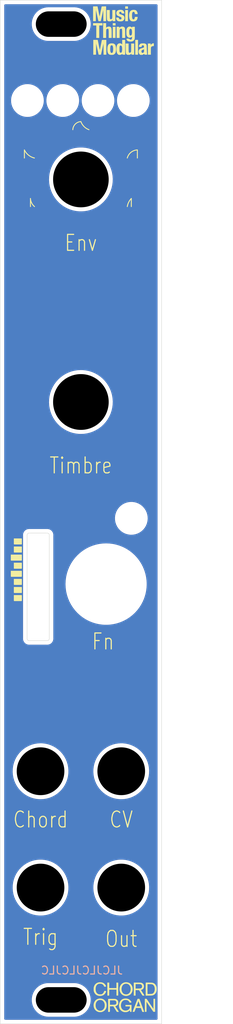
<source format=kicad_pcb>
(kicad_pcb (version 20211014) (generator pcbnew)
  (layers (0 "F.Cu" signal) (1 "In1.Cu" signal) (2 "In2.Cu" signal) (31 "B.Cu" signal) (34 "B.Paste" user) (35 "F.Paste" user) (36 "B.SilkS" user "B.Silkscreen") (37 "F.SilkS" user "F.Silkscreen") (38 "B.Mask" user) (39 "F.Mask" user) (44 "Edge.Cuts" user))
  (net 0 "")
  (footprint "Pale Slim Ghost:eurorack panel mounting slot" (layer "F.Cu") (at 144.845 43.64)
    (fp_text reference "REF**" hide)
    (fp_text value "eurorack panel mounting slot" hide)
    (pad "" np_thru_hole oval (at 0 0) (size 6.4 3.2) (drill oval 6.4 3.2) (layers *.Mask))
  )
  (footprint "Pale Slim Ghost:eurorack panel mounting slot" (layer "F.Cu") (at 144.845 166.14)
    (fp_text reference "REF**" hide)
    (fp_text value "eurorack panel mounting slot" hide)
    (pad "" np_thru_hole oval (at 0 0) (size 6.4 3.2) (drill oval 6.4 3.2) (layers *.Mask))
  )
  (footprint "Pale Slim Ghost:hole 6mm (jack panel)" (layer "F.Cu") (at 142.24 137.435)
    (fp_text reference "REF**" hide)
    (fp_text value "hole 6mm (jack panel)" hide)
    (pad "" np_thru_hole circle (at 0 0) (size 6 6) (drill 6) (layers *.Mask))
  )
  (footprint "Pale Slim Ghost:hole 6.5mm (potentiometer panel)" (layer "F.Cu") (at 147.32 63.14)
    (fp_text reference "REF**" hide)
    (fp_text value "hole 6.5mm (potentiometer panel)" hide)
    (pad "" np_thru_hole circle (at 0 0) (size 7 7) (drill 7) (layers *.Mask))
  )
  (footprint "" (layer "F.Cu") (at 153.924 53.234 90)
    (fp_text reference "@HOLE4" hide)
    (fp_text value "" (at 0 0 90) (layer "F.SilkS") (effects (font (size 1.27 1.27))))
    (pad "" np_thru_hole circle (at 0 0 90) (size 3.1 3.1) (drill 3.1) (layers *.Cu *.Mask))
  )
  (footprint "LOGO" (layer "F.Cu") (at 152.654 44.704)
    (fp_text reference "G***" hide)
    (fp_text value "LOGO" hide)
    (fp_poly (pts (xy 0.242675 2.777282) (xy 0.067409 2.777282) (xy -0.027524 2.775562) (xy -0.080455 2.768001) (xy -0.103264 2.750999) (xy -0.107856 2.724167) (xy -0.111114 2.693588) (xy -0.128864 2.690172) (xy -0.173065 2.71556) (xy -0.205992 2.737649) (xy -0.319338 2.787611) (xy -0.450085 2.804845) (xy -0.574834 2.787532) (xy -0.619361 2.769751) (xy -0.715795 2.691038) (xy -0.788158 2.565864) (xy -0.835813 2.396339) (xy -0.858123 2.184569) (xy -0.857574 2.074139) (xy -0.471869 2.074139) (xy -0.470965 2.220502) (xy -0.467396 2.323078) (xy -0.459873 2.391989) (xy -0.447108 2.437357) (xy -0.427814 2.469305) (xy -0.420503 2.477848) (xy -0.355865 2.526875) (xy -0.286318 2.526566) (xy -0.242083 2.507326) (xy -0.191752 2.450673) (xy -0.157341 2.344135) (xy -0.13927 2.189479) (xy -0.136492 2.062738) (xy -0.144575 1.891532) (xy -0.167497 1.767263) (xy -0.207017 1.684553) (xy -0.264896 1.638021) (xy -0.276962 1.633226) (xy -0.338689 1.621438) (xy -0.388181 1.645228) (xy -0.411782 1.667101) (xy -0.436598 1.695586) (xy -0.453465 1.729314) (xy -0.463902 1.778586) (xy -0.46943 1.853705) (xy -0.471571 1.964972) (xy -0.471869 2.074139) (xy -0.857574 2.074139) (xy -0.857117 1.98215) (xy -0.835956 1.767246) (xy -0.792963 1.599756) (xy -0.726333 1.477022) (xy -0.634262 1.396387) (xy -0.514947 1.355193) (xy -0.426751 1.348296) (xy -0.324865 1.358679) (xy -0.245766 1.396273) (xy -0.21778 1.418002) (xy -0.13482 1.487808) (xy -0.13482 0.916772) (xy 0.242675 0.916772)) (layer "F.SilkS") (width 0) (fill solid))
    (fp_poly (pts (xy -3.186206 1.044851) (xy -3.172367 1.112058) (xy -3.150258 1.221183) (xy -3.122087 1.361244) (xy -3.090064 1.52126) (xy -3.057671 1.683837) (xy -3.026053 1.839701) (xy -2.997637 1.973769) (xy -2.974123 2.078503) (xy -2.957211 2.146364) (xy -2.948604 2.169814) (xy -2.948177 2.169188) (xy -2.939947 2.133978) (xy -2.923184 2.056006) (xy -2.899764 1.944446) (xy -2.871559 1.808475) (xy -2.840443 1.657268) (xy -2.808289 1.499999) (xy -2.776971 1.345844) (xy -2.748362 1.203977) (xy -2.724336 1.083576) (xy -2.706767 0.993813) (xy -2.697526 0.943865) (xy -2.69658 0.936995) (xy -2.671395 0.928693) (xy -2.603437 0.922043) (xy -2.503855 0.91784) (xy -2.41327 0.916772) (xy -2.130149 0.916772) (xy -2.130149 2.777282) (xy -2.479769 2.777282) (xy -2.486965 2.083651) (xy -2.494162 1.390021) (xy -2.624096 1.982537) (xy -2.663292 2.160481) (xy -2.70016 2.326373) (xy -2.732624 2.470986) (xy -2.758606 2.585094) (xy -2.776032 2.659469) (xy -2.780177 2.676167) (xy -2.806325 2.777282) (xy -3.098771 2.777282) (xy -3.124919 2.676167) (xy -3.138293 2.620488) (xy -3.161063 2.521344) (xy -3.191155 2.38796) (xy -3.226492 2.229565) (xy -3.264996 2.055385) (xy -3.281001 1.982537) (xy -3.410935 1.390021) (xy -3.418131 2.083651) (xy -3.425327 2.777282) (xy -3.774947 2.777282) (xy -3.774947 0.916772) (xy -3.213174 0.916772)) (layer "F.SilkS") (width 0) (fill solid))
    (fp_poly (pts (xy -0.970701 0.674097) (xy -1.321232 0.674097) (xy -1.321232 -0.728026) (xy -0.970701 -0.728026)) (layer "F.SilkS") (width 0) (fill solid))
    (fp_poly (pts (xy 0.00681 -0.737761) (xy 0.082684 -0.709196) (xy 0.131548 -0.674446) (xy 0.169523 -0.630387) (xy 0.197929 -0.570283) (xy 0.218082 -0.487402) (xy 0.231302 -0.375009) (xy 0.238904 -0.226369) (xy 0.242208 -0.03475) (xy 0.242675 0.108401) (xy 0.242675 0.674097) (xy -0.13482 0.674097) (xy -0.13482 0.136745) (xy -0.135617 -0.065711) (xy -0.139132 -0.220202) (xy -0.147052 -0.332679) (xy -0.16106 -0.409097) (xy -0.182843 -0.455406) (xy -0.214086 -0.477561) (xy -0.256475 -0.481512) (xy -0.307758 -0.473993) (xy -0.356776 -0.461803) (xy -0.393837 -0.442412) (xy -0.420607 -0.408884) (xy -0.43875 -0.354284) (xy -0.449933 -0.271675) (xy -0.45582 -0.154121) (xy -0.458076 0.005314) (xy -0.458387 0.153455) (xy -0.458387 0.674097) (xy -0.835881 0.674097) (xy -0.835881 -0.728026) (xy -0.660616 -0.728026) (xy -0.566456 -0.726976) (xy -0.514018 -0.720477) (xy -0.491095 -0.703509) (xy -0.485484 -0.67105) (xy -0.485351 -0.655916) (xy -0.485351 -0.583806) (xy -0.424682 -0.639064) (xy -0.35906 -0.690885) (xy -0.305117 -0.724656) (xy -0.216657 -0.74911) (xy -0.10419 -0.753139)) (layer "F.SilkS") (width 0) (fill solid))
    (fp_poly (pts (xy 3.855838 1.691712) (xy 3.728649 1.706048) (xy 3.625525 1.729296) (xy 3.553822 1.776896) (xy 3.539902 1.79195) (xy 3.517364 1.820726) (xy 3.50112 1.852415) (xy 3.490142 1.895836) (xy 3.483403 1.959806) (xy 3.479877 2.053145) (xy 3.478535 2.18467) (xy 3.478344 2.320399) (xy 3.478344 2.777282) (xy 3.100849 2.777282) (xy 3.100849 1.375159) (xy 3.45138 1.375159) (xy 3.45138 1.543217) (xy 3.559313 1.445706) (xy 3.64477 1.380064) (xy 3.720637 1.351434) (xy 3.761542 1.348195) (xy 3.855838 1.348195)) (layer "F.SilkS") (width 0) (fill solid))
    (fp_poly (pts (xy 1.360215 -2.85339) (xy 1.50144 -2.834179) (xy 1.598062 -2.796493) (xy 1.610803 -2.787927) (xy 1.684935 -2.710785) (xy 1.749967 -2.603547) (xy 1.794147 -2.489042) (xy 1.806581 -2.407557) (xy 1.806581 -2.318896) (xy 1.631316 -2.318896) (xy 1.537077 -2.320117) (xy 1.484584 -2.32684) (xy 1.461663 -2.343661) (xy 1.45614 -2.375174) (xy 1.456051 -2.385037) (xy 1.43828 -2.49086) (xy 1.392231 -2.564653) (xy 1.328802 -2.603877) (xy 1.258888 -2.605992) (xy 1.193386 -2.56846) (xy 1.143193 -2.488739) (xy 1.133814 -2.46014) (xy 1.118319 -2.36919) (xy 1.109858 -2.245431) (xy 1.108251 -2.106481) (xy 1.113318 -1.969959) (xy 1.124879 -1.853486) (xy 1.140747 -1.780197) (xy 1.18905 -1.694113) (xy 1.252066 -1.653494) (xy 1.319816 -1.655859) (xy 1.38232 -1.698729) (xy 1.429597 -1.779627) (xy 1.448154 -1.856553) (xy 1.463151 -1.968366) (xy 1.814093 -1.968366) (xy 1.797906 -1.831687) (xy 1.758107 -1.67005) (xy 1.681156 -1.546966) (xy 1.566372 -1.461885) (xy 1.413076 -1.414257) (xy 1.267303 -1.402758) (xy 1.112818 -1.414426) (xy 0.998202 -1.449352) (xy 0.917864 -1.505704) (xy 0.849428 -1.578948) (xy 0.845512 -1.584627) (xy 0.795281 -1.693933) (xy 0.7597 -1.840542) (xy 0.739732 -2.00959) (xy 0.736344 -2.186218) (xy 0.750501 -2.355563) (xy 0.783167 -2.502765) (xy 0.785424 -2.509635) (xy 0.858711 -2.658889) (xy 0.96487 -2.76596) (xy 1.104653 -2.831297) (xy 1.278813 -2.855349)) (layer "F.SilkS") (width 0) (fill solid))
    (fp_poly (pts (xy 1.860509 2.777282) (xy 1.509978 2.777282) (xy 1.509978 0.916772) (xy 1.860509 0.916772)) (layer "F.SilkS") (width 0) (fill solid))
    (fp_poly (pts (xy 2.732765 1.376493) (xy 2.834266 1.425568) (xy 2.887914 1.472457) (xy 2.909422 1.497263) (xy 2.925826 1.524866) (xy 2.938098 1.562876) (xy 2.947211 1.618903) (xy 2.954136 1.700557) (xy 2.959846 1.81545) (xy 2.965313 1.971191) (xy 2.969619 2.112067) (xy 2.975607 2.284582) (xy 2.982591 2.4407) (xy 2.990054 2.571693) (xy 2.997479 2.668829) (xy 3.004349 2.723378) (xy 3.006209 2.730095) (xy 3.011118 2.755217) (xy 2.992918 2.769459) (xy 2.941381 2.775816) (xy 2.846281 2.777282) (xy 2.845052 2.777282) (xy 2.74698 2.775331) (xy 2.69007 2.767136) (xy 2.661625 2.74918) (xy 2.650275 2.723354) (xy 2.636226 2.683012) (xy 2.615068 2.674806) (xy 2.574396 2.700124) (xy 2.52969 2.736836) (xy 2.470957 2.777184) (xy 2.404887 2.797652) (xy 2.31039 2.804116) (xy 2.287789 2.804246) (xy 2.191175 2.800898) (xy 2.128034 2.786514) (xy 2.078102 2.754578) (xy 2.049369 2.727615) (xy 1.970879 2.613943) (xy 1.931069 2.478346) (xy 1.930686 2.377638) (xy 2.292345 2.377638) (xy 2.310906 2.475826) (xy 2.361267 2.53549) (xy 2.433994 2.552861) (xy 2.51965 2.52417) (xy 2.568312 2.487881) (xy 2.596886 2.44549) (xy 2.611632 2.375219) (xy 2.615499 2.274381) (xy 2.615499 2.103404) (xy 2.476041 2.156394) (xy 2.379497 2.197819) (xy 2.324096 2.239192) (xy 2.298746 2.293869) (xy 2.292357 2.375208) (xy 2.292345 2.377638) (xy 1.930686 2.377638) (xy 1.930528 2.336053) (xy 1.969848 2.202292) (xy 2.025704 2.1169) (xy 2.127078 2.036917) (xy 2.257609 1.983905) (xy 2.39648 1.942222) (xy 2.492017 1.910726) (xy 2.552637 1.884436) (xy 2.586757 1.858372) (xy 2.602792 1.827553) (xy 2.609161 1.786999) (xy 2.610185 1.775273) (xy 2.599119 1.678535) (xy 2.55077 1.614774) (xy 2.470495 1.590898) (xy 2.467197 1.59087) (xy 2.386894 1.614713) (xy 2.333172 1.676608) (xy 2.318896 1.741098) (xy 2.315575 1.776313) (xy 2.297502 1.795929) (xy 2.252507 1.804493) (xy 2.168422 1.80655) (xy 2.14363 1.806581) (xy 2.049429 1.805425) (xy 1.996962 1.798789) (xy 1.974039 1.781927) (xy 1.968473 1.750089) (xy 1.968365 1.738306) (xy 1.99235 1.615914) (xy 2.056464 1.501238) (xy 2.131107 1.428404) (xy 2.196038 1.392006) (xy 2.27656 1.369346) (xy 2.38952 1.356175) (xy 2.427221 1.353726) (xy 2.600168 1.353341)) (layer "F.SilkS") (width 0) (fill solid))
    (fp_poly (pts (xy 0.593206 -2.992994) (xy 0.242675 -2.992994) (xy 0.242675 -3.289597) (xy 0.593206 -3.289597)) (layer "F.SilkS") (width 0) (fill solid))
    (fp_poly (pts (xy -2.157113 -0.621795) (xy -2.058976 -0.688393) (xy -1.944157 -0.738964) (xy -1.811848 -0.755914) (xy -1.683913 -0.738217) (xy -1.616042 -0.709196) (xy -1.567179 -0.674446) (xy -1.529203 -0.630387) (xy -1.500797 -0.570283) (xy -1.480644 -0.487402) (xy -1.467425 -0.375009) (xy -1.459822 -0.226369) (xy -1.456519 -0.03475) (xy -1.456051 0.108401) (xy -1.456051 0.674097) (xy -1.833546 0.674097) (xy -1.833546 0.136745) (xy -1.834343 -0.065711) (xy -1.837859 -0.220202) (xy -1.845778 -0.332679) (xy -1.859786 -0.409097) (xy -1.881569 -0.455406) (xy -1.912812 -0.477561) (xy -1.955201 -0.481512) (xy -2.006484 -0.473993) (xy -2.055502 -0.461803) (xy -2.092563 -0.442412) (xy -2.119333 -0.408884) (xy -2.137477 -0.354284) (xy -2.148659 -0.271675) (xy -2.154546 -0.154121) (xy -2.156802 0.005314) (xy -2.157113 0.153455) (xy -2.157113 0.674097) (xy -2.534608 0.674097) (xy -2.534608 -1.186412) (xy -2.157113 -1.186412)) (layer "F.SilkS") (width 0) (fill solid))
    (fp_poly (pts (xy -2.615499 -0.889809) (xy -3.019958 -0.889809) (xy -3.019958 0.674097) (xy -3.397453 0.674097) (xy -3.397453 -0.889809) (xy -3.801911 -0.889809) (xy -3.801911 -1.186412) (xy -2.615499 -1.186412)) (layer "F.SilkS") (width 0) (fill solid))
    (fp_poly (pts (xy 0.593206 -1.429087) (xy 0.242675 -1.429087) (xy 0.242675 -2.831211) (xy 0.593206 -2.831211)) (layer "F.SilkS") (width 0) (fill solid))
    (fp_poly (pts (xy -0.167504 -2.839812) (xy -0.039246 -2.783922) (xy 0.052824 -2.688919) (xy 0.110674 -2.553263) (xy 0.122301 -2.500903) (xy 0.140821 -2.399788) (xy -0.037445 -2.399788) (xy -0.132746 -2.401053) (xy -0.186177 -2.407695) (xy -0.209786 -2.423989) (xy -0.215618 -2.454207) (xy -0.215712 -2.463019) (xy -0.2351 -2.529113) (xy -0.269406 -2.574842) (xy -0.320611 -2.606763) (xy -0.381996 -2.605725) (xy -0.410966 -2.598389) (xy -0.471288 -2.573489) (xy -0.498501 -2.531813) (xy -0.507113 -2.474572) (xy -0.506497 -2.418587) (xy -0.488327 -2.375595) (xy -0.444357 -2.339291) (xy -0.366341 -2.303372) (xy -0.246035 -2.261531) (xy -0.215712 -2.25175) (xy -0.057199 -2.186855) (xy 0.053156 -2.107542) (xy 0.120078 -2.00995) (xy 0.135833 -1.9646) (xy 0.151741 -1.819305) (xy 0.124813 -1.681538) (xy 0.060525 -1.562297) (xy -0.035649 -1.472582) (xy -0.130297 -1.429893) (xy -0.235339 -1.411431) (xy -0.362289 -1.404346) (xy -0.491136 -1.40825) (xy -0.60187 -1.422755) (xy -0.660616 -1.440187) (xy -0.775823 -1.515056) (xy -0.848507 -1.620691) (xy -0.880859 -1.748477) (xy -0.897321 -1.887474) (xy -0.733924 -1.887474) (xy -0.643415 -1.886125) (xy -0.592753 -1.877845) (xy -0.567859 -1.856285) (xy -0.554657 -1.815094) (xy -0.55256 -1.805669) (xy -0.509334 -1.715583) (xy -0.434185 -1.66374) (xy -0.338462 -1.657019) (xy -0.315978 -1.66222) (xy -0.256026 -1.687319) (xy -0.229119 -1.729857) (xy -0.220978 -1.784653) (xy -0.223345 -1.849399) (xy -0.248193 -1.900093) (xy -0.303474 -1.94344) (xy -0.397138 -1.986148) (xy -0.505183 -2.024407) (xy -0.608262 -2.064947) (xy -0.701999 -2.112326) (xy -0.75538 -2.148097) (xy -0.834599 -2.24754) (xy -0.874367 -2.37031) (xy -0.874076 -2.50232) (xy -0.833114 -2.629486) (xy -0.779656 -2.70837) (xy -0.678426 -2.789492) (xy -0.542703 -2.838688) (xy -0.367142 -2.857757) (xy -0.333921 -2.858133)) (layer "F.SilkS") (width 0) (fill solid))
    (fp_poly (pts (xy 0.915475 -0.744506) (xy 0.994574 -0.706911) (xy 1.022559 -0.685183) (xy 1.075367 -0.642625) (xy 1.099083 -0.633556) (xy 1.105318 -0.656088) (xy 1.10552 -0.671701) (xy 1.110413 -0.702119) (xy 1.133097 -0.719074) (xy 1.185574 -0.726423) (xy 1.279849 -0.728026) (xy 1.456051 -0.728026) (xy 1.456051 0.02125) (xy 1.455889 0.242522) (xy 1.455083 0.416769) (xy 1.45315 0.550893) (xy 1.44961 0.651798) (xy 1.443981 0.726384) (xy 1.435781 0.781556) (xy 1.424529 0.824215) (xy 1.409743 0.861264) (xy 1.395382 0.890836) (xy 1.313758 1.004546) (xy 1.200166 1.081082) (xy 1.050322 1.122546) (xy 0.904318 1.131891) (xy 0.727831 1.11776) (xy 0.601735 1.080083) (xy 0.50035 1.011134) (xy 0.431049 0.917404) (xy 0.404484 0.81346) (xy 0.404458 0.810256) (xy 0.410063 0.77934) (xy 0.435169 0.762687) (xy 0.492211 0.756016) (xy 0.565016 0.754989) (xy 0.662458 0.75866) (xy 0.72605 0.773699) (xy 0.77561 0.806149) (xy 0.795997 0.825412) (xy 0.856348 0.873264) (xy 0.916302 0.88392) (xy 0.951422 0.878834) (xy 1.021735 0.859162) (xy 1.063804 0.826259) (xy 1.086654 0.766827) (xy 1.099313 0.66757) (xy 1.099948 0.660024) (xy 1.112453 0.509234) (xy 1.01085 0.578184) (xy 0.88189 0.637181) (xy 0.751604 0.646037) (xy 0.629193 0.607501) (xy 0.523854 0.524323) (xy 0.449811 0.41048) (xy 0.424264 0.347906) (xy 0.407243 0.283002) (xy 0.397115 0.202862) (xy 0.392244 0.094581) (xy 0.390998 -0.053928) (xy 0.391412 -0.111441) (xy 0.755799 -0.111441) (xy 0.758994 0.022758) (xy 0.766491 0.149404) (xy 0.778747 0.234442) (xy 0.798269 0.290144) (xy 0.819837 0.320774) (xy 0.885131 0.369991) (xy 0.955304 0.369182) (xy 0.996601 0.3511) (xy 1.050319 0.294262) (xy 1.085756 0.190158) (xy 1.103316 0.037262) (xy 1.10552 -0.058818) (xy 1.095419 -0.227879) (xy 1.06626 -0.355653) (xy 1.019757 -0.43954) (xy 0.957624 -0.47694) (xy 0.881577 -0.465253) (xy 0.849303 -0.447345) (xy 0.805635 -0.405145) (xy 0.776544 -0.340551) (xy 0.760456 -0.245378) (xy 0.755799 -0.111441) (xy 0.391412 -0.111441) (xy 0.392051 -0.200058) (xy 0.396372 -0.305196) (xy 0.405738 -0.382257) (xy 0.421926 -0.444157) (xy 0.446712 -0.50381) (xy 0.455347 -0.52169) (xy 0.538225 -0.645768) (xy 0.643416 -0.722001) (xy 0.775838 -0.753592) (xy 0.813589 -0.754889)) (layer "F.SilkS") (width 0) (fill solid))
    (fp_poly (pts (xy 0.674097 1.912511) (xy 0.674895 2.114967) (xy 0.67841 2.269458) (xy 0.686329 2.381936) (xy 0.700337 2.458353) (xy 0.72212 2.504662) (xy 0.753363 2.526817) (xy 0.795753 2.530768) (xy 0.847035 2.523249) (xy 0.896053 2.511059) (xy 0.933114 2.491668) (xy 0.959884 2.45814) (xy 0.978028 2.40354) (xy 0.98921 2.320931) (xy 0.995097 2.203377) (xy 0.997353 2.043942) (xy 0.997664 1.895801) (xy 0.997664 1.375159) (xy 1.375159 1.375159) (xy 1.375159 2.777282) (xy 1.199894 2.777282) (xy 1.105736 2.776241) (xy 1.053299 2.769754) (xy 1.030377 2.752774) (xy 1.024763 2.720257) (xy 1.024628 2.704827) (xy 1.024628 2.632373) (xy 0.943269 2.71032) (xy 0.88708 2.756009) (xy 0.826261 2.781506) (xy 0.740344 2.79391) (xy 0.693853 2.796822) (xy 0.57311 2.795544) (xy 0.485642 2.779295) (xy 0.464895 2.770033) (xy 0.41788 2.74036) (xy 0.381422 2.707944) (xy 0.35406 2.665809) (xy 0.334335 2.606973) (xy 0.320789 2.52446) (xy 0.311963 2.411288) (xy 0.306396 2.260479) (xy 0.302631 2.065054) (xy 0.301521 1.988588) (xy 0.292957 1.375159) (xy 0.674097 1.375159)) (layer "F.SilkS") (width 0) (fill solid))
    (fp_poly (pts (xy -1.262805 1.367005) (xy -1.125836 1.421785) (xy -1.025693 1.513914) (xy -0.991503 1.569031) (xy -0.940701 1.708901) (xy -0.909951 1.883521) (xy -0.900052 2.077267) (xy -0.911805 2.274514) (xy -0.945904 2.45923) (xy -1.000127 2.581152) (xy -1.087782 2.688453) (xy -1.193194 2.762449) (xy -1.20451 2.767466) (xy -1.301905 2.79213) (xy -1.427391 2.802594) (xy -1.559742 2.799172) (xy -1.677732 2.782181) (xy -1.746771 2.759403) (xy -1.848327 2.68772) (xy -1.923101 2.583465) (xy -1.972894 2.441976) (xy -1.999503 2.258593) (xy -2.004501 2.113725) (xy -1.640753 2.113725) (xy -1.635461 2.244806) (xy -1.632446 2.2772) (xy -1.604937 2.420027) (xy -1.558649 2.513748) (xy -1.49423 2.55771) (xy -1.412329 2.551263) (xy -1.375681 2.534886) (xy -1.332255 2.484235) (xy -1.300155 2.39279) (xy -1.279325 2.272473) (xy -1.269709 2.135202) (xy -1.271251 1.992899) (xy -1.283897 1.857482) (xy -1.307591 1.740872) (xy -1.342277 1.65499) (xy -1.379965 1.615262) (xy -1.458539 1.598239) (xy -1.536659 1.618912) (xy -1.589665 1.669509) (xy -1.611128 1.738035) (xy -1.627513 1.845084) (xy -1.637746 1.975399) (xy -1.640753 2.113725) (xy -2.004501 2.113725) (xy -2.00533 2.089702) (xy -1.993306 1.861425) (xy -1.955797 1.678948) (xy -1.890645 1.53945) (xy -1.795691 1.44011) (xy -1.668779 1.378108) (xy -1.507751 1.350623) (xy -1.438494 1.348638)) (layer "F.SilkS") (width 0) (fill solid))
    (fp_poly (pts (xy -3.21317 -3.161518) (xy -3.199331 -3.094311) (xy -3.177222 -2.985186) (xy -3.149051 -2.845125) (xy -3.117028 -2.68511) (xy -3.084635 -2.522532) (xy -3.053017 -2.366669) (xy -3.024601 -2.232601) (xy -3.001086 -2.127867) (xy -2.984175 -2.060005) (xy -2.975568 -2.036555) (xy -2.975141 -2.037182) (xy -2.96691 -2.072392) (xy -2.950148 -2.150364) (xy -2.926728 -2.261923) (xy -2.898523 -2.397894) (xy -2.867407 -2.549102) (xy -2.835253 -2.706371) (xy -2.803935 -2.860526) (xy -2.775326 -3.002392) (xy -2.7513 -3.122794) (xy -2.73373 -3.212556) (xy -2.72449 -3.262504) (xy -2.723544 -3.269374) (xy -2.698359 -3.277676) (xy -2.630401 -3.284327) (xy -2.530818 -3.288529) (xy -2.440234 -3.289597) (xy -2.157113 -3.289597) (xy -2.157113 -1.429087) (xy -2.506733 -1.429087) (xy -2.513929 -2.122718) (xy -2.521126 -2.816349) (xy -2.651059 -2.223833) (xy -2.690256 -2.045889) (xy -2.727124 -1.879997) (xy -2.759588 -1.735383) (xy -2.78557 -1.621275) (xy -2.802996 -1.546901) (xy -2.807141 -1.530202) (xy -2.833289 -1.429087) (xy -3.125735 -1.429087) (xy -3.151883 -1.530202) (xy -3.165256 -1.585881) (xy -3.188027 -1.685026) (xy -3.218119 -1.818409) (xy -3.253455 -1.976805) (xy -3.29196 -2.150984) (xy -3.307965 -2.223833) (xy -3.437898 -2.816349) (xy -3.445095 -2.122718) (xy -3.452291 -1.429087) (xy -3.801911 -1.429087) (xy -3.801911 -3.289597) (xy -3.240138 -3.289597)) (layer "F.SilkS") (width 0) (fill solid))
    (fp_poly (pts (xy -0.970701 -0.889809) (xy -1.321232 -0.889809) (xy -1.321232 -1.186412) (xy -0.970701 -1.186412)) (layer "F.SilkS") (width 0) (fill solid))
    (fp_poly (pts (xy -1.698726 -2.293858) (xy -1.697929 -2.091402) (xy -1.694414 -1.936912) (xy -1.686495 -1.824434) (xy -1.672487 -1.748017) (xy -1.650704 -1.701707) (xy -1.61946 -1.679553) (xy -1.577071 -1.675601) (xy -1.525788 -1.68312) (xy -1.476771 -1.695311) (xy -1.439709 -1.714702) (xy -1.41294 -1.748229) (xy -1.394796 -1.802829) (xy -1.383613 -1.885438) (xy -1.377727 -2.002992) (xy -1.375471 -2.162428) (xy -1.37516 -2.310568) (xy -1.37516 -2.831211) (xy -0.997665 -2.831211) (xy -0.997665 -1.429087) (xy -1.17293 -1.429087) (xy -1.267088 -1.430129) (xy -1.319525 -1.436616) (xy -1.342447 -1.453595) (xy -1.348061 -1.486112) (xy -1.348196 -1.501542) (xy -1.348196 -1.573996) (xy -1.429555 -1.496049) (xy -1.485744 -1.450361) (xy -1.546563 -1.424864) (xy -1.63248 -1.412459) (xy -1.678971 -1.409547) (xy -1.799714 -1.410826) (xy -1.887182 -1.427075) (xy -1.907929 -1.436336) (xy -1.954943 -1.46601) (xy -1.991402 -1.498425) (xy -2.018764 -1.540561) (xy -2.038489 -1.599396) (xy -2.052035 -1.68191) (xy -2.060861 -1.795082) (xy -2.066428 -1.945891) (xy -2.070193 -2.141315) (xy -2.071303 -2.217782) (xy -2.079867 -2.831211) (xy -1.698726 -2.831211)) (layer "F.SilkS") (width 0) (fill solid))
  )
  (footprint "Pale Slim Ghost:hole 6mm (jack panel)" (layer "F.Cu") (at 152.4 137.435)
    (fp_text reference "REF**" hide)
    (fp_text value "hole 6mm (jack panel)" hide)
    (pad "" np_thru_hole circle (at 0 0) (size 6 6) (drill 6) (layers *.Mask))
  )
  (footprint "LOGO" (layer "F.Cu") (at 147.3454 89.916 90)
    (fp_text reference "G***" hide)
    (fp_text value "LOGO" hide)
  )
  (footprint "Pale Slim Ghost:hole 6mm (jack panel)" (layer "F.Cu") (at 142.24 152.04)
    (fp_text reference "REF**" hide)
    (fp_text value "hole 6mm (jack panel)" hide)
    (pad "" np_thru_hole circle (at 0 0) (size 6 6) (drill 6) (layers *.Mask))
  )
  (footprint "" (layer "F.Cu") (at 145.034 53.234 90)
    (fp_text reference "@HOLE2" hide)
    (fp_text value "" (at 0 0 90) (layer "F.SilkS") (effects (font (size 1.27 1.27))))
    (pad "" np_thru_hole circle (at 0 0 90) (size 3.1 3.1) (drill 3.1) (layers *.Cu *.Mask))
  )
  (footprint "" (layer "F.Cu") (at 153.67 105.685 90)
    (fp_text reference "@HOLE0" hide)
    (fp_text value "" (at 0 0 90) (layer "F.SilkS") (effects (font (size 1.27 1.27))))
    (pad "" np_thru_hole circle (at 0 0 90) (size 3.1 3.1) (drill 3.1) (layers *.Cu *.Mask))
  )
  (footprint "" (layer "F.Cu") (at 149.479 53.234 90)
    (fp_text reference "@HOLE3" hide)
    (fp_text value "" (at 0 0 90) (layer "F.SilkS") (effects (font (size 1.27 1.27))))
    (pad "" np_thru_hole circle (at 0 0 90) (size 3.1 3.1) (drill 3.1) (layers *.Cu *.Mask))
  )
  (footprint "LOGO" (layer "F.Cu") (at 152.908 165.862)
    (fp_text reference "G***" hide)
    (fp_text value "LOGO" hide)
    (fp_poly (pts (xy -1.579943 0.145465) (xy -1.473917 0.14617) (xy -1.390779 0.147591) (xy -1.32668 0.149927) (xy -1.277772 0.15338) (xy -1.240209 0.158149) (xy -1.210141 0.164436) (xy -1.183723 0.172441) (xy -1.182349 0.172918) (xy -1.074749 0.224782) (xy -0.988308 0.297209) (xy -0.925149 0.388396) (xy -0.92259 0.393517) (xy -0.901581 0.439844) (xy -0.888681 0.48101) (xy -0.881996 0.527272) (xy -0.87963 0.588892) (xy -0.879473 0.626972) (xy -0.880461 0.698151) (xy -0.884483 0.748416) (xy -0.893444 0.787415) (xy -0.909253 0.824797) (xy -0.9241 0.852793) (xy -0.985175 0.933645) (xy -1.067482 0.998553) (xy -1.160025 1.040378) (xy -1.201795 1.053246) (xy -1.232406 1.062758) (xy -1.235487 1.063729) (xy -1.242743 1.066659) (xy -1.246489 1.071944) (xy -1.24512 1.08237) (xy -1.237029 1.100722) (xy -1.220611 1.129787) (xy -1.194259 1.172349) (xy -1.156367 1.231196) (xy -1.105329 1.309112) (xy -1.039539 1.408885) (xy -1.015602 1.445135) (xy -0.958599 1.532083) (xy -0.907685 1.610946) (xy -0.865174 1.678042) (xy -0.83338 1.729687) (xy -0.814617 1.762197) (xy -0.810475 1.771643) (xy -0.825134 1.779719) (xy -0.866936 1.784152) (xy -0.93262 1.784607) (xy -0.93632 1.784523) (xy -1.062166 1.781518) (xy -1.219595 1.536846) (xy -1.274299 1.451496) (xy -1.328091 1.366979) (xy -1.376869 1.289781) (xy -1.41653 1.226392) (xy -1.439562 1.188953) (xy -1.5021 1.085732) (xy -1.926791 1.085732) (xy -1.926791 1.428771) (xy -1.926627 1.543573) (xy -1.92708 1.631343) (xy -1.929569 1.695623) (xy -1.93551 1.739954) (xy -1.946321 1.767879) (xy -1.96342 1.782939) (xy -1.988223 1.788676) (xy -2.02215 1.788632) (xy -2.066616 1.786347) (xy -2.069852 1.786208) (xy -2.15617 1.782596) (xy -2.158464 0.98305) (xy -2.15875 0.889112) (xy -1.926791 0.889112) (xy -1.601836 0.884201) (xy -1.490496 0.882201) (xy -1.405355 0.879753) (xy -1.342029 0.87648) (xy -1.296131 0.872001) (xy -1.263279 0.86594) (xy -1.239085 0.857916) (xy -1.226506 0.851787) (xy -1.169721 0.808) (xy -1.134248 0.748305) (xy -1.11811 0.668656) (xy -1.116624 0.626972) (xy -1.126695 0.531035) (xy -1.157583 0.455842) (xy -1.210931 0.398314) (xy -1.252525 0.371978) (xy -1.277187 0.359783) (xy -1.30163 0.350745) (xy -1.33077 0.344394) (xy -1.369519 0.340258) (xy -1.422793 0.337867) (xy -1.495504 0.336749) (xy -1.592568 0.336433) (xy -1.623356 0.336424) (xy -1.926791 0.336424) (xy -1.926791 0.889112) (xy -2.15875 0.889112) (xy -2.158933 0.829142) (xy -2.159428 0.684253) (xy -2.159934 0.551307) (xy -2.160439 0.433225) (xy -2.160928 0.33293) (xy -2.161389 0.253344) (xy -2.161806 0.197389) (xy -2.162168 0.167988) (xy -2.162287 0.164389) (xy -2.15627 0.158666) (xy -2.13546 0.154126) (xy -2.09724 0.150657) (xy -2.038994 0.148149) (xy -1.958108 0.14649) (xy -1.851966 0.145569) (xy -1.717951 0.145275) (xy -1.712703 0.145274)) (layer "F.SilkS") (width 0) (fill solid))
    (fp_poly (pts (xy -3.012214 0.111826) (xy -2.868621 0.147171) (xy -2.739368 0.207884) (xy -2.621514 0.295176) (xy -2.563494 0.351756) (xy -2.473002 0.462997) (xy -2.407381 0.580557) (xy -2.364751 0.709505) (xy -2.343235 0.85491) (xy -2.339674 0.95575) (xy -2.350868 1.12444) (xy -2.385077 1.274448) (xy -2.443241 1.40826) (xy -2.526299 1.52836) (xy -2.577209 1.583797) (xy -2.682701 1.671298) (xy -2.80472 1.742461) (xy -2.932985 1.791676) (xy -2.978868 1.802973) (xy -3.067609 1.81478) (xy -3.169225 1.818088) (xy -3.270665 1.813138) (xy -3.358879 1.80017) (xy -3.377638 1.795623) (xy -3.522136 1.741781) (xy -3.650275 1.664009) (xy -3.760418 1.565183) (xy -3.85093 1.448179) (xy -3.920174 1.315873) (xy -3.966516 1.171141) (xy -3.988319 1.01686) (xy -3.985484 0.912432) (xy -3.729702 0.912432) (xy -3.729059 1.01866) (xy -3.720672 1.117238) (xy -3.708381 1.182383) (xy -3.660503 1.313542) (xy -3.591876 1.424596) (xy -3.505099 1.513869) (xy -3.402774 1.579689) (xy -3.287499 1.620379) (xy -3.161877 1.634265) (xy -3.029181 1.619816) (xy -2.922066 1.581662) (xy -2.823404 1.516709) (xy -2.73675 1.428345) (xy -2.665659 1.319962) (xy -2.628474 1.237754) (xy -2.606126 1.156074) (xy -2.591865 1.05634) (xy -2.586473 0.950198) (xy -2.590731 0.849291) (xy -2.598674 0.793883) (xy -2.637799 0.660285) (xy -2.698422 0.541213) (xy -2.77777 0.440678) (xy -2.873069 0.362691) (xy -2.912821 0.339835) (xy -2.99268 0.31109) (xy -3.090002 0.294656) (xy -3.193957 0.291237) (xy -3.293712 0.301537) (xy -3.338904 0.312132) (xy -3.438059 0.356045) (xy -3.529223 0.42535) (xy -3.607947 0.515058) (xy -3.669783 0.620183) (xy -3.707814 0.72576) (xy -3.722615 0.810737) (xy -3.729702 0.912432) (xy -3.985484 0.912432) (xy -3.983949 0.855904) (xy -3.968097 0.757393) (xy -3.920846 0.601197) (xy -3.850223 0.462981) (xy -3.758315 0.344468) (xy -3.647207 0.247383) (xy -3.518986 0.173449) (xy -3.375739 0.124389) (xy -3.219552 0.101927) (xy -3.173088 0.100636)) (layer "F.SilkS") (width 0) (fill solid))
    (fp_poly (pts (xy 3.761831 1.773872) (xy 3.53761 1.773872) (xy 3.430451 1.617129) (xy 3.396443 1.567408) (xy 3.347975 1.496578) (xy 3.287869 1.408761) (xy 3.218947 1.308081) (xy 3.144032 1.19866) (xy 3.065945 1.084621) (xy 2.999696 0.98788) (xy 2.676099 0.515374) (xy 2.676099 1.773872) (xy 2.60089 1.773872) (xy 2.552364 1.77545) (xy 2.514934 1.779452) (xy 2.504516 1.781993) (xy 2.479197 1.783192) (xy 2.472682 1.779444) (xy 2.470654 1.76255) (xy 2.468753 1.717924) (xy 2.467015 1.64842) (xy 2.465476 1.556889) (xy 2.464174 1.446183) (xy 2.463146 1.319157) (xy 2.462427 1.178661) (xy 2.462056 1.02755) (xy 2.462011 0.953201) (xy 2.462011 0.137628) (xy 2.683745 0.138336) (xy 3.540097 1.395212) (xy 3.544089 0.76642) (xy 3.548082 0.137628) (xy 3.761831 0.137628)) (layer "F.SilkS") (width 0) (fill solid))
    (fp_poly (pts (xy 1.900216 0.454937) (xy 1.940417 0.564499) (xy 1.987689 0.693532) (xy 2.038642 0.83277) (xy 2.089886 0.972945) (xy 2.13803 1.10479) (xy 2.15618 1.154546) (xy 2.196072 1.2638) (xy 2.234973 1.370071) (xy 2.270906 1.467981) (xy 2.301896 1.552153) (xy 2.325966 1.617208) (xy 2.338785 1.651536) (xy 2.358179 1.706458) (xy 2.371229 1.750214) (xy 2.375734 1.77519) (xy 2.375219 1.777695) (xy 2.357298 1.783757) (xy 2.318553 1.787412) (xy 2.26865 1.788668) (xy 2.217255 1.787535) (xy 2.174032 1.784025) (xy 2.148646 1.778145) (xy 2.147508 1.77746) (xy 2.137108 1.759894) (xy 2.118784 1.718507) (xy 2.094605 1.658384) (xy 2.066641 1.584608) (xy 2.046505 1.5292) (xy 1.961811 1.292174) (xy 1.343662 1.292174) (xy 1.285695 1.445094) (xy 1.256868 1.520494) (xy 1.227408 1.596472) (xy 1.201793 1.661526) (xy 1.191137 1.688061) (xy 1.154546 1.778107) (xy 1.0424 1.780105) (xy 0.987132 1.779745) (xy 0.945097 1.776945) (xy 0.924439 1.772289) (xy 0.923758 1.771593) (xy 0.926778 1.754432) (xy 0.939383 1.714025) (xy 0.959805 1.655525) (xy 0.98628 1.584085) (xy 1.002479 1.54192) (xy 1.041156 1.442498) (xy 1.085774 1.327879) (xy 1.131155 1.211359) (xy 1.172124 1.106233) (xy 1.177136 1.093378) (xy 1.18294 1.078484) (xy 1.422156 1.078484) (xy 1.436566 1.081006) (xy 1.476274 1.083147) (xy 1.535994 1.084739) (xy 1.610438 1.085615) (xy 1.651536 1.085732) (xy 1.731359 1.084879) (xy 1.799101 1.082528) (xy 1.849477 1.078992) (xy 1.8772 1.074584) (xy 1.880916 1.07215) (xy 1.876047 1.054841) (xy 1.862662 1.014109) (xy 1.842585 0.95513) (xy 1.817647 0.883077) (xy 1.789673 0.803127) (xy 1.760492 0.720455) (xy 1.731931 0.640236) (xy 1.705819 0.567646) (xy 1.683981 0.507859) (xy 1.668247 0.466052) (xy 1.660444 0.447399) (xy 1.660141 0.446976) (xy 1.653676 0.458849) (xy 1.639021 0.494583) (xy 1.618122 0.549185) (xy 1.59292 0.617659) (xy 1.582877 0.645559) (xy 1.551873 0.731309) (xy 1.519956 0.818076) (xy 1.490717 0.896185) (xy 1.467748 0.955964) (xy 1.466167 0.959971) (xy 1.445406 1.013321) (xy 1.429919 1.05476) (xy 1.422451 1.076899) (xy 1.422156 1.078484) (xy 1.18294 1.078484) (xy 1.261761 0.876231) (xy 1.335374 0.687085) (xy 1.39795 0.526006) (xy 1.449464 0.393058) (xy 1.489891 0.288307) (xy 1.519206 0.211816) (xy 1.537385 0.16365) (xy 1.544401 0.143875) (xy 1.544492 0.143398) (xy 1.558563 0.140691) (xy 1.595895 0.138665) (xy 1.649169 0.137673) (xy 1.664074 0.137628) (xy 1.783657 0.137628)) (layer "F.SilkS") (width 0) (fill solid))
    (fp_poly (pts (xy -0.885781 -1.888561) (xy -0.886613 -0.267609) (xy -1.108669 -0.267609) (xy -1.116859 -1.009271) (xy -2.017999 -1.009271) (xy -2.026189 -0.267609) (xy -2.137055 -0.263117) (xy -2.191054 -0.261504) (xy -2.23089 -0.261408) (xy -2.24886 -0.262829) (xy -2.249186 -0.263117) (xy -2.249563 -0.278812) (xy -2.250183 -0.322264) (xy -2.251015 -0.390646) (xy -2.252029 -0.481133) (xy -2.253194 -0.590899) (xy -2.25448 -0.717116) (xy -2.255856 -0.85696) (xy -2.257293 -1.007604) (xy -2.257986 -1.081908) (xy -2.265523 -1.896207) (xy -2.018543 -1.896207) (xy -2.018543 -1.208067) (xy -1.116315 -1.208067) (xy -1.116315 -1.897493)) (layer "F.SilkS") (width 0) (fill solid))
    (fp_poly (pts (xy 0.205097 0.112597) (xy 0.34476 0.146971) (xy 0.470039 0.202962) (xy 0.49298 0.21684) (xy 0.570425 0.276695) (xy 0.648118 0.355004) (xy 0.716436 0.441277) (xy 0.753649 0.501015) (xy 0.79622 0.579493) (xy 0.690832 0.610878) (xy 0.638042 0.626278) (xy 0.597602 0.637472) (xy 0.577606 0.642228) (xy 0.577084 0.642264) (xy 0.565714 0.630074) (xy 0.544613 0.598396) (xy 0.522923 0.561981) (xy 0.453727 0.462706) (xy 0.372489 0.383603) (xy 0.284248 0.32937) (xy 0.26498 0.321462) (xy 0.184617 0.301196) (xy 0.087432 0.291398) (xy -0.014578 0.29229) (xy -0.10942 0.304094) (xy -0.149145 0.313782) (xy -0.251425 0.359395) (xy -0.340439 0.429127) (xy -0.414983 0.518993) (xy -0.473852 0.625008) (xy -0.515842 0.743184) (xy -0.539749 0.869538) (xy -0.544368 1.000083) (xy -0.528494 1.130833) (xy -0.490924 1.257803) (xy -0.456784 1.331794) (xy -0.386449 1.43312) (xy -0.296966 1.513449) (xy -0.192388 1.571717) (xy -0.076767 1.606858) (xy 0.045845 1.617805) (xy 0.171396 1.603493) (xy 0.295834 1.562856) (xy 0.339933 1.541388) (xy 0.437648 1.474039) (xy 0.511513 1.39014) (xy 0.559708 1.292573) (xy 0.580411 1.184217) (xy 0.581096 1.159761) (xy 0.581096 1.101714) (xy 0.022938 1.093378) (xy 0.022938 0.909874) (xy 0.787538 0.909874) (xy 0.787538 1.781518) (xy 0.604034 1.777036) (xy 0.599482 1.683702) (xy 0.595907 1.634841) (xy 0.591158 1.601054) (xy 0.586933 1.590368) (xy 0.571873 1.59939) (xy 0.540798 1.62284) (xy 0.50738 1.649919) (xy 0.394955 1.727421) (xy 0.273348 1.78258) (xy 0.201867 1.802554) (xy 0.118129 1.814002) (xy 0.019989 1.817841) (xy -0.079331 1.814225) (xy -0.166609 1.803307) (xy -0.191149 1.79797) (xy -0.331598 1.748313) (xy -0.460191 1.674421) (xy -0.572504 1.579893) (xy -0.664115 1.468326) (xy -0.720224 1.367677) (xy -0.767793 1.227288) (xy -0.791923 1.074293) (xy -0.792892 0.915397) (xy -0.770975 0.757304) (xy -0.726451 0.606721) (xy -0.685035 0.515127) (xy -0.634748 0.436243) (xy -0.568323 0.355615) (xy -0.493645 0.281361) (xy -0.418599 0.221598) (xy -0.37357 0.194476) (xy -0.238286 0.140781) (xy -0.092619 0.109342) (xy 0.05724 0.100001)) (layer "F.SilkS") (width 0) (fill solid))
    (fp_poly (pts (xy -3.000392 -1.929092) (xy -2.852423 -1.891433) (xy -2.722228 -1.82893) (xy -2.609891 -1.741631) (xy -2.515495 -1.629584) (xy -2.455676 -1.527652) (xy -2.427246 -1.46901) (xy -2.414934 -1.431081) (xy -2.42195 -1.408457) (xy -2.451501 -1.39573) (xy -2.506796 -1.387492) (xy -2.541017 -1.383799) (xy -2.642961 -1.372989) (xy -2.684377 -1.457573) (xy -2.735791 -1.548438) (xy -2.792407 -1.61665) (xy -2.861741 -1.670054) (xy -2.917196 -1.700544) (xy -2.967013 -1.723947) (xy -3.007778 -1.738686) (xy -3.049477 -1.746709) (xy -3.102098 -1.749966) (xy -3.172792 -1.750413) (xy -3.249058 -1.749038) (xy -3.304541 -1.744431) (xy -3.349001 -1.734958) (xy -3.392198 -1.718985) (xy -3.411132 -1.71049) (xy -3.516657 -1.646474) (xy -3.60085 -1.561741) (xy -3.663965 -1.455793) (xy -3.706255 -1.328134) (xy -3.727974 -1.178268) (xy -3.731246 -1.082914) (xy -3.721272 -0.921953) (xy -3.691083 -0.783505) (xy -3.640273 -0.666784) (xy -3.56844 -0.571003) (xy -3.475177 -0.495376) (xy -3.411436 -0.460592) (xy -3.369327 -0.442398) (xy -3.330525 -0.430674) (xy -3.286306 -0.424042) (xy -3.227944 -0.421122) (xy -3.157796 -0.420529) (xy -3.082409 -0.421045) (xy -3.029295 -0.423626) (xy -2.990146 -0.429819) (xy -2.956656 -0.441173) (xy -2.920517 -0.459236) (xy -2.905478 -0.467556) (xy -2.832097 -0.522674) (xy -2.76295 -0.600677) (xy -2.703885 -0.69391) (xy -2.664921 -0.782395) (xy -2.637868 -0.85946) (xy -2.554401 -0.849752) (xy -2.479816 -0.840279) (xy -2.432214 -0.829613) (xy -2.408174 -0.813252) (xy -2.404272 -0.786694) (xy -2.417089 -0.745438) (xy -2.438039 -0.696656) (xy -2.51292 -0.559295) (xy -2.606267 -0.441913) (xy -2.714958 -0.348302) (xy -2.737266 -0.333401) (xy -2.841907 -0.281515) (xy -2.965619 -0.244703) (xy -3.100165 -0.224267) (xy -3.237308 -0.22151) (xy -3.357098 -0.235401) (xy -3.508271 -0.277887) (xy -3.639886 -0.343885) (xy -3.751901 -0.433358) (xy -3.844274 -0.546269) (xy -3.916965 -0.682584) (xy -3.940405 -0.743322) (xy -3.957921 -0.796218) (xy -3.969775 -0.842021) (xy -3.977018 -0.889021) (xy -3.980699 -0.945511) (xy -3.981868 -1.019783) (xy -3.981824 -1.070439) (xy -3.980771 -1.160165) (xy -3.977662 -1.227928) (xy -3.971424 -1.28233) (xy -3.960983 -1.331978) (xy -3.945265 -1.385474) (xy -3.940794 -1.399217) (xy -3.897359 -1.511614) (xy -3.8453 -1.604417) (xy -3.777726 -1.688567) (xy -3.725977 -1.740291) (xy -3.609833 -1.828599) (xy -3.476608 -1.891846) (xy -3.327214 -1.929704) (xy -3.166052 -1.941857)) (layer "F.SilkS") (width 0) (fill solid))
    (fp_poly (pts (xy 0.215672 -1.935362) (xy 0.368866 -1.901711) (xy 0.497881 -1.850485) (xy 0.604438 -1.783286) (xy 0.702911 -1.691891) (xy 0.788626 -1.582496) (xy 0.856906 -1.461299) (xy 0.903077 -1.334496) (xy 0.910384 -1.303753) (xy 0.932734 -1.131989) (xy 0.926822 -0.965082) (xy 0.893341 -0.805881) (xy 0.832983 -0.657235) (xy 0.746439 -0.521994) (xy 0.709703 -0.477917) (xy 0.659103 -0.42534) (xy 0.608585 -0.384028) (xy 0.5478 -0.346442) (xy 0.484394 -0.313778) (xy 0.34734 -0.256667) (xy 0.217746 -0.224921) (xy 0.087978 -0.217306) (xy -0.034202 -0.229881) (xy -0.186487 -0.270235) (xy -0.324934 -0.336623) (xy -0.446809 -0.426996) (xy -0.549376 -0.539304) (xy -0.6299 -0.671497) (xy -0.633422 -0.678852) (xy -0.679291 -0.789523) (xy -0.707405 -0.894621) (xy -0.720697 -1.007423) (xy -0.722775 -1.083332) (xy -0.721652 -1.097396) (xy -0.470142 -1.097396) (xy -0.461722 -0.959433) (xy -0.4317 -0.827228) (xy -0.381755 -0.705837) (xy -0.313564 -0.600312) (xy -0.228805 -0.515708) (xy -0.212027 -0.503168) (xy -0.121316 -0.455131) (xy -0.014163 -0.424848) (xy 0.10024 -0.413389) (xy 0.212699 -0.421826) (xy 0.296012 -0.443964) (xy 0.412823 -0.503078) (xy 0.509633 -0.585102) (xy 0.585547 -0.689066) (xy 0.639672 -0.814001) (xy 0.641047 -0.818378) (xy 0.675702 -0.975857) (xy 0.681942 -1.130885) (xy 0.660203 -1.280279) (xy 0.610921 -1.420857) (xy 0.542598 -1.538304) (xy 0.4624 -1.626232) (xy 0.365795 -1.69175) (xy 0.257601 -1.734466) (xy 0.142639 -1.753988) (xy 0.025727 -1.749925) (xy -0.088317 -1.721887) (xy -0.194674 -1.669481) (xy -0.276138 -1.604799) (xy -0.346985 -1.520633) (xy -0.401133 -1.420578) (xy -0.441127 -1.299393) (xy -0.455284 -1.236064) (xy -0.470142 -1.097396) (xy -0.721652 -1.097396) (xy -0.709463 -1.249976) (xy -0.669337 -1.405344) (xy -0.603352 -1.546983) (xy -0.512465 -1.672442) (xy -0.479538 -1.70751) (xy -0.362406 -1.804069) (xy -0.230577 -1.875681) (xy -0.087792 -1.921799) (xy 0.062205 -1.941875)) (layer "F.SilkS") (width 0) (fill solid))
    (fp_poly (pts (xy 1.633587 -1.896047) (xy 1.736148 -1.8954) (xy 1.816542 -1.894016) (xy 1.878976 -1.891644) (xy 1.927658 -1.888035) (xy 1.966796 -1.882937) (xy 2.000598 -1.876102) (xy 2.033272 -1.867277) (xy 2.043694 -1.86414) (xy 2.142222 -1.820157) (xy 2.226925 -1.75512) (xy 2.292267 -1.674332) (xy 2.331036 -1.588942) (xy 2.354282 -1.467807) (xy 2.352133 -1.352479) (xy 2.326185 -1.246577) (xy 2.278039 -1.153719) (xy 2.209293 -1.077524) (xy 2.121544 -1.02161) (xy 2.072066 -1.002703) (xy 2.023586 -0.987363) (xy 1.988479 -0.975535) (xy 1.975292 -0.970245) (xy 1.982008 -0.956921) (xy 2.003503 -0.921482) (xy 2.037634 -0.867292) (xy 2.082263 -0.797715) (xy 2.135249 -0.716115) (xy 2.193203 -0.62775) (xy 2.252663 -0.536972) (xy 2.306148 -0.454291) (xy 2.351447 -0.383206) (xy 2.386349 -0.327219) (xy 2.408644 -0.289832) (xy 2.416135 -0.274684) (xy 2.402025 -0.267718) (xy 2.364394 -0.262559) (xy 2.310289 -0.260069) (xy 2.295672 -0.259963) (xy 2.228909 -0.261626) (xy 2.186256 -0.267356) (xy 2.161382 -0.278265) (xy 2.154656 -0.284728) (xy 2.140936 -0.304181) (xy 2.113375 -0.345596) (xy 2.074495 -0.405097) (xy 2.026818 -0.47881) (xy 1.972868 -0.562857) (xy 1.933223 -0.624975) (xy 1.732343 -0.940457) (xy 1.516081 -0.9447) (xy 1.29982 -0.948943) (xy 1.29982 -0.259963) (xy 1.07044 -0.259963) (xy 1.07044 -1.144217) (xy 1.29912 -1.144217) (xy 1.616779 -1.149581) (xy 1.724677 -1.151627) (xy 1.806707 -1.15395) (xy 1.867583 -1.157031) (xy 1.91202 -1.161352) (xy 1.944732 -1.167392) (xy 1.970435 -1.175633) (xy 1.993843 -1.186556) (xy 1.997324 -1.18839) (xy 2.058851 -1.237018) (xy 2.09784 -1.305744) (xy 2.114569 -1.395115) (xy 2.115306 -1.422155) (xy 2.104346 -1.512604) (xy 2.070024 -1.58625) (xy 2.018643 -1.641459) (xy 1.990619 -1.662153) (xy 1.959166 -1.677894) (xy 1.919828 -1.689331) (xy 1.868148 -1.697116) (xy 1.79967 -1.701897) (xy 1.709936 -1.704326) (xy 1.594491 -1.705053) (xy 1.582722 -1.705057) (xy 1.307466 -1.705057) (xy 1.29912 -1.144217) (xy 1.07044 -1.144217) (xy 1.07044 -1.896207) (xy 1.504651 -1.896207)) (layer "F.SilkS") (width 0) (fill solid))
    (fp_poly (pts (xy 3.008248 -1.897166) (xy 3.132295 -1.894324) (xy 3.242587 -1.890194) (xy 3.334896 -1.884902) (xy 3.405 -1.878572) (xy 3.448095 -1.87148) (xy 3.579275 -1.822764) (xy 3.693101 -1.749506) (xy 3.788163 -1.653262) (xy 3.863052 -1.535588) (xy 3.916358 -1.398039) (xy 3.931269 -1.338049) (xy 3.941969 -1.265185) (xy 3.948332 -1.174168) (xy 3.950362 -1.074758) (xy 3.948066 -0.976716) (xy 3.941448 -0.8898) (xy 3.931004 -0.825767) (xy 3.886809 -0.691018) (xy 3.82393 -0.569283) (xy 3.745724 -0.465734) (xy 3.655552 -0.38554) (xy 3.636875 -0.373073) (xy 3.591555 -0.348658) (xy 3.531791 -0.321872) (xy 3.483955 -0.303414) (xy 3.452452 -0.293022) (xy 3.420932 -0.284854) (xy 3.38508 -0.278567) (xy 3.340583 -0.273817) (xy 3.283126 -0.270262) (xy 3.208395 -0.267557) (xy 3.112077 -0.26536) (xy 2.989856 -0.263326) (xy 2.978116 -0.26315) (xy 2.569055 -0.25703) (xy 2.569055 -1.076618) (xy 2.569058 -1.08828) (xy 2.798435 -1.08828) (xy 2.798653 -0.954732) (xy 2.799275 -0.830859) (xy 2.800252 -0.719969) (xy 2.801537 -0.625369) (xy 2.803082 -0.550367) (xy 2.804839 -0.498271) (xy 2.806759 -0.472389) (xy 2.807403 -0.470181) (xy 2.824906 -0.467713) (xy 2.867806 -0.466486) (xy 2.930939 -0.466507) (xy 3.009142 -0.467785) (xy 3.078836 -0.469711) (xy 3.185952 -0.473929) (xy 3.267971 -0.479121) (xy 3.33038 -0.485894) (xy 3.378665 -0.494857) (xy 3.41831 -0.506616) (xy 3.421088 -0.507628) (xy 3.504022 -0.553725) (xy 3.573484 -0.623059) (xy 3.629198 -0.711273) (xy 3.670888 -0.814014) (xy 3.698279 -0.926927) (xy 3.711093 -1.045656) (xy 3.709055 -1.165847) (xy 3.691888 -1.283144) (xy 3.659318 -1.393195) (xy 3.611067 -1.491642) (xy 3.54686 -1.574132) (xy 3.491633 -1.620489) (xy 3.445529 -1.647899) (xy 3.394664 -1.668268) (xy 3.333829 -1.682498) (xy 3.25781 -1.691495) (xy 3.161395 -1.696163) (xy 3.048323 -1.697411) (xy 2.798435 -1.697411) (xy 2.798435 -1.08828) (xy 2.569058 -1.08828) (xy 2.569103 -1.256036) (xy 2.569297 -1.407267) (xy 2.569715 -1.532708) (xy 2.570437 -1.634758) (xy 2.571541 -1.715813) (xy 2.573104 -1.77827) (xy 2.575205 -1.824528) (xy 2.577922 -1.856982) (xy 2.581333 -1.878031) (xy 2.585517 -1.890071) (xy 2.590551 -1.895501) (xy 2.595816 -1.896715) (xy 2.735783 -1.898487) (xy 2.874669 -1.898596)) (layer "F.SilkS") (width 0) (fill solid))
  )
  (footprint "" (layer "F.Cu") (at 140.589 53.234 90)
    (fp_text reference "@HOLE1" hide)
    (fp_text value "" (at 0 0 90) (layer "F.SilkS") (effects (font (size 1.27 1.27))))
    (pad "" np_thru_hole circle (at 0 0 90) (size 3.1 3.1) (drill 3.1) (layers *.Cu *.Mask))
  )
  (footprint "Pale Slim Ghost:hole 6.5mm (potentiometer panel)" (layer "F.Cu") (at 147.32 91.08)
    (fp_text reference "REF**" hide)
    (fp_text value "hole 6.5mm (potentiometer panel)" hide)
    (pad "" np_thru_hole circle (at 0 0) (size 7 7) (drill 7) (layers *.Mask))
  )
  (footprint "" (layer "F.Cu") (at 165.481 113.792 90)
    (fp_text reference "@HOLE5" hide)
    (fp_text value "" (at 0 0 90) (layer "F.SilkS") (effects (font (size 1.27 1.27))))
  )
  (footprint "" (layer "F.Cu") (at 150.495 113.94 90)
    (fp_text reference "@HOLE5" hide)
    (fp_text value "" (at 0 0 90) (layer "F.SilkS") (effects (font (size 1.27 1.27))))
    (pad "" np_thru_hole circle (at 0 0 90) (size 9.2 9.2) (drill 9.2) (layers *.Cu *.Mask))
  )
  (footprint "Pale Slim Ghost:hole 6mm (jack panel)" (layer "F.Cu") (at 152.4 152.04)
    (fp_text reference "REF**" hide)
    (fp_text value "hole 6mm (jack panel)" hide)
    (pad "" np_thru_hole circle (at 0 0) (size 6 6) (drill 6) (layers *.Mask))
  )
  (gr_rect (start 138.938 109.2835) (end 139.827 109.9185) (layer "F.SilkS") (width 0.12) (fill solid))
  (gr_line (start 154.432 59.436) (end 154.432 60.452) (layer "F.SilkS") (width 0.12))
  (gr_rect (start 138.938 113.3475) (end 139.827 113.9825) (layer "F.SilkS") (width 0.12) (fill solid))
  (gr_rect (start 138.938 111.3155) (end 139.827 111.9505) (layer "F.SilkS") (width 0.12) (fill solid))
  (gr_arc (start 153.162 66.548) (mid 153.338038 66.001019) (end 153.67 65.532) (layer "F.SilkS") (width 0.12))
  (gr_rect (start 138.938 114.3635) (end 139.827 114.9985) (layer "F.SilkS") (width 0.12) (fill solid))
  (gr_arc (start 153.162 60.452) (mid 153.630224 59.73553) (end 154.432 59.436) (layer "F.SilkS") (width 0.12))
  (gr_arc (start 141.478 66.548) (mid 141.119954 66.092023) (end 140.97 65.532) (layer "F.SilkS") (width 0.12))
  (gr_line (start 140.97 65.532) (end 140.97 66.548) (layer "F.SilkS") (width 0.12))
  (gr_arc (start 146.304 56.896) (mid 146.615724 56.191725) (end 147.32 55.88) (layer "F.SilkS") (width 0.12))
  (gr_rect (start 138.938 115.3795) (end 139.827 116.0145) (layer "F.SilkS") (width 0.12) (fill solid))
  (gr_line (start 153.67 65.532) (end 153.67 66.548) (layer "F.SilkS") (width 0.12))
  (gr_rect (start 138.557 110.2995) (end 139.827 110.9345) (layer "F.SilkS") (width 0.12) (fill solid))
  (gr_arc (start 148.336 56.896) (mid 147.716077 56.499923) (end 147.32 55.88) (layer "F.SilkS") (width 0.12))
  (gr_rect (start 138.557 112.3315) (end 139.827 112.9665) (layer "F.SilkS") (width 0.12) (fill solid))
  (gr_arc (start 141.468571 60.452) (mid 140.723337 60.086619) (end 140.208 59.436) (layer "F.SilkS") (width 0.12))
  (gr_line (start 140.208 59.436) (end 140.208 60.452) (layer "F.SilkS") (width 0.12))
  (gr_rect (start 138.938 108.2675) (end 139.827 108.9025) (layer "F.SilkS") (width 0.12) (fill solid))
  (gr_arc (start 140.799277 121.036781) (mid 140.619672 120.962386) (end 140.545277 120.782781) (layer "Edge.Cuts") (width 0.05))
  (gr_arc (start 143.341168 120.782781) (mid 143.266773 120.962386) (end 143.087168 121.036781) (layer "Edge.Cuts") (width 0.05))
  (gr_arc (start 143.087168 107.533987) (mid 143.266773 107.608382) (end 143.341168 107.787987) (layer "Edge.Cuts") (width 0.05))
  (gr_rect (start 137.16 40.64) (end 157.48 169.148087) (layer "Edge.Cuts") (width 0.05) (fill none))
  (gr_arc (start 140.545277 107.787987) (mid 140.619672 107.608382) (end 140.799277 107.533987) (layer "Edge.Cuts") (width 0.05))
  (gr_line (start 140.799277 107.533987) (end 143.087168 107.533987) (layer "Edge.Cuts") (width 0.05))
  (gr_line (start 143.341168 107.787987) (end 143.341168 120.782781) (layer "Edge.Cuts") (width 0.05))
  (gr_line (start 140.545277 120.782781) (end 140.545277 107.787987) (layer "Edge.Cuts") (width 0.05))
  (gr_line (start 143.087168 121.036781) (end 140.799277 121.036781) (layer "Edge.Cuts") (width 0.05))
  (gr_text "JLCJLCJLCJLC" (at 147.447 162.433) (layer "B.SilkS") (effects (font (size 1 1)) (justify mirror)))
  (gr_text "Chord" (at 142.24 143.51) (layer "F.SilkS") (effects (font (size 2 1.6))))
  (gr_text "Env" (at 147.32 71.12) (layer "F.SilkS") (effects (font (size 2 1.6))))
  (gr_text "Out" (at 152.4 158.496) (layer "F.SilkS") (effects (font (size 2 1.6))))
  (gr_text "Fn" (at 150.114 121.158) (layer "F.SilkS") (effects (font (size 2 1.6))))
  (gr_text "CV" (at 152.4 143.51) (layer "F.SilkS") (effects (font (size 2 1.6))))
  (gr_text "Trig" (at 142.24 158.242) (layer "F.SilkS") (effects (font (size 2 1.6))))
  (gr_text "Timbre" (at 147.32 99.06) (layer "F.SilkS") (effects (font (size 2 1.6))))
  (zone (net 0) (net_name "") (layers F&B.Cu) (connect_pads (clearance 0.508)) (min_thickness 0.254) (fill yes (thermal_gap 0.508) (thermal_bridge_width 0.508))
    (polygon (pts (xy 157.484578 169.145489) (xy 137.15491 169.140341) (xy 137.16 40.64) (xy 157.48 40.64)))
  )
)
</source>
